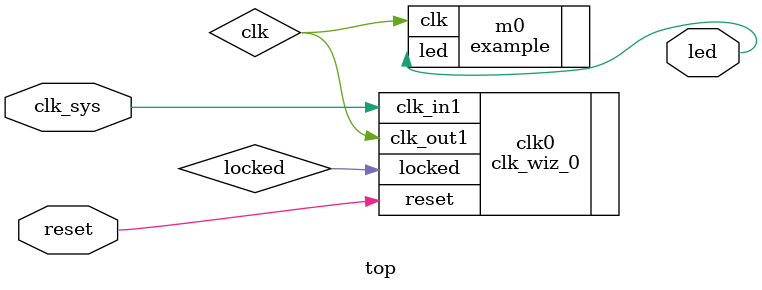
<source format=sv>
module top(input clk_sys, reset, output led);

   wire clk, locked;
   clk_wiz_0 clk0(.clk_in1(clk_sys), 
		  .clk_out1(clk),
		  .reset(reset),
		  .locked(locked));
   example m0(.clk(clk),
	      .led(led));

endmodule

</source>
